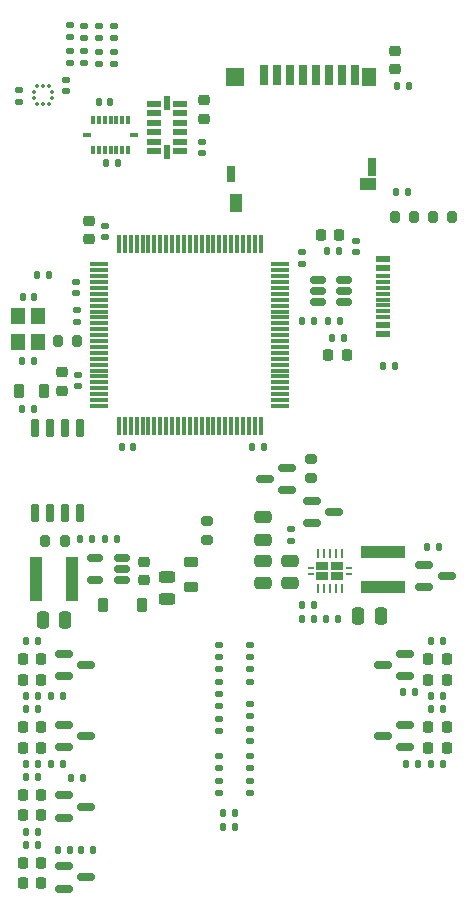
<source format=gtp>
%TF.GenerationSoftware,KiCad,Pcbnew,7.0.2-0*%
%TF.CreationDate,2023-10-23T21:08:08-05:00*%
%TF.ProjectId,Flight Computer,466c6967-6874-4204-936f-6d7075746572,1.1*%
%TF.SameCoordinates,Original*%
%TF.FileFunction,Paste,Top*%
%TF.FilePolarity,Positive*%
%FSLAX46Y46*%
G04 Gerber Fmt 4.6, Leading zero omitted, Abs format (unit mm)*
G04 Created by KiCad (PCBNEW 7.0.2-0) date 2023-10-23 21:08:08*
%MOMM*%
%LPD*%
G01*
G04 APERTURE LIST*
G04 Aperture macros list*
%AMRoundRect*
0 Rectangle with rounded corners*
0 $1 Rounding radius*
0 $2 $3 $4 $5 $6 $7 $8 $9 X,Y pos of 4 corners*
0 Add a 4 corners polygon primitive as box body*
4,1,4,$2,$3,$4,$5,$6,$7,$8,$9,$2,$3,0*
0 Add four circle primitives for the rounded corners*
1,1,$1+$1,$2,$3*
1,1,$1+$1,$4,$5*
1,1,$1+$1,$6,$7*
1,1,$1+$1,$8,$9*
0 Add four rect primitives between the rounded corners*
20,1,$1+$1,$2,$3,$4,$5,0*
20,1,$1+$1,$4,$5,$6,$7,0*
20,1,$1+$1,$6,$7,$8,$9,0*
20,1,$1+$1,$8,$9,$2,$3,0*%
G04 Aperture macros list end*
%ADD10RoundRect,0.012500X0.125000X-0.112500X0.125000X0.112500X-0.125000X0.112500X-0.125000X-0.112500X0*%
%ADD11RoundRect,0.012500X0.112500X-0.125000X0.112500X0.125000X-0.112500X0.125000X-0.112500X-0.125000X0*%
%ADD12RoundRect,0.012500X0.112500X-0.325000X0.112500X0.325000X-0.112500X0.325000X-0.112500X-0.325000X0*%
%ADD13RoundRect,0.012500X0.325000X-0.112500X0.325000X0.112500X-0.325000X0.112500X-0.325000X-0.112500X0*%
%ADD14RoundRect,0.027500X0.545000X0.247500X-0.545000X0.247500X-0.545000X-0.247500X0.545000X-0.247500X0*%
%ADD15RoundRect,0.027500X0.247500X0.545000X-0.247500X0.545000X-0.247500X-0.545000X0.247500X-0.545000X0*%
%ADD16RoundRect,0.150000X-0.587500X-0.150000X0.587500X-0.150000X0.587500X0.150000X-0.587500X0.150000X0*%
%ADD17RoundRect,0.218750X-0.218750X-0.256250X0.218750X-0.256250X0.218750X0.256250X-0.218750X0.256250X0*%
%ADD18RoundRect,0.135000X-0.135000X-0.185000X0.135000X-0.185000X0.135000X0.185000X-0.135000X0.185000X0*%
%ADD19RoundRect,0.200000X-0.275000X0.200000X-0.275000X-0.200000X0.275000X-0.200000X0.275000X0.200000X0*%
%ADD20RoundRect,0.135000X-0.185000X0.135000X-0.185000X-0.135000X0.185000X-0.135000X0.185000X0.135000X0*%
%ADD21RoundRect,0.150000X0.587500X0.150000X-0.587500X0.150000X-0.587500X-0.150000X0.587500X-0.150000X0*%
%ADD22RoundRect,0.218750X0.218750X0.256250X-0.218750X0.256250X-0.218750X-0.256250X0.218750X-0.256250X0*%
%ADD23RoundRect,0.135000X0.185000X-0.135000X0.185000X0.135000X-0.185000X0.135000X-0.185000X-0.135000X0*%
%ADD24RoundRect,0.200000X0.200000X0.275000X-0.200000X0.275000X-0.200000X-0.275000X0.200000X-0.275000X0*%
%ADD25RoundRect,0.140000X0.140000X0.170000X-0.140000X0.170000X-0.140000X-0.170000X0.140000X-0.170000X0*%
%ADD26RoundRect,0.225000X-0.250000X0.225000X-0.250000X-0.225000X0.250000X-0.225000X0.250000X0.225000X0*%
%ADD27RoundRect,0.140000X-0.140000X-0.170000X0.140000X-0.170000X0.140000X0.170000X-0.140000X0.170000X0*%
%ADD28RoundRect,0.218750X-0.381250X0.218750X-0.381250X-0.218750X0.381250X-0.218750X0.381250X0.218750X0*%
%ADD29RoundRect,0.140000X-0.170000X0.140000X-0.170000X-0.140000X0.170000X-0.140000X0.170000X0.140000X0*%
%ADD30RoundRect,0.218750X0.218750X0.381250X-0.218750X0.381250X-0.218750X-0.381250X0.218750X-0.381250X0*%
%ADD31RoundRect,0.140000X0.170000X-0.140000X0.170000X0.140000X-0.170000X0.140000X-0.170000X-0.140000X0*%
%ADD32RoundRect,0.135000X0.135000X0.185000X-0.135000X0.185000X-0.135000X-0.185000X0.135000X-0.185000X0*%
%ADD33RoundRect,0.075000X-0.725000X-0.075000X0.725000X-0.075000X0.725000X0.075000X-0.725000X0.075000X0*%
%ADD34RoundRect,0.075000X-0.075000X-0.725000X0.075000X-0.725000X0.075000X0.725000X-0.075000X0.725000X0*%
%ADD35RoundRect,0.225000X0.250000X-0.225000X0.250000X0.225000X-0.250000X0.225000X-0.250000X-0.225000X0*%
%ADD36RoundRect,0.200000X-0.200000X-0.275000X0.200000X-0.275000X0.200000X0.275000X-0.200000X0.275000X0*%
%ADD37R,1.240000X0.600000*%
%ADD38R,1.240000X0.300000*%
%ADD39RoundRect,0.150000X0.512500X0.150000X-0.512500X0.150000X-0.512500X-0.150000X0.512500X-0.150000X0*%
%ADD40R,0.700000X1.750000*%
%ADD41R,1.450000X1.000000*%
%ADD42R,1.000000X1.550000*%
%ADD43R,0.800000X1.500000*%
%ADD44R,1.300000X1.500000*%
%ADD45R,1.500000X1.500000*%
%ADD46R,0.800000X1.400000*%
%ADD47RoundRect,0.200000X0.275000X-0.200000X0.275000X0.200000X-0.275000X0.200000X-0.275000X-0.200000X0*%
%ADD48RoundRect,0.250000X-0.250000X-0.475000X0.250000X-0.475000X0.250000X0.475000X-0.250000X0.475000X0*%
%ADD49R,1.200000X1.400000*%
%ADD50RoundRect,0.250000X-0.475000X0.250000X-0.475000X-0.250000X0.475000X-0.250000X0.475000X0.250000X0*%
%ADD51RoundRect,0.250000X0.475000X-0.250000X0.475000X0.250000X-0.475000X0.250000X-0.475000X-0.250000X0*%
%ADD52R,1.100000X3.700000*%
%ADD53R,3.700000X1.100000*%
%ADD54RoundRect,0.243750X0.456250X-0.243750X0.456250X0.243750X-0.456250X0.243750X-0.456250X-0.243750X0*%
%ADD55R,0.230000X0.230000*%
%ADD56O,0.230000X0.800000*%
%ADD57R,1.050000X0.680000*%
%ADD58R,0.500000X0.260000*%
%ADD59RoundRect,0.150000X0.150000X-0.650000X0.150000X0.650000X-0.150000X0.650000X-0.150000X-0.650000X0*%
%ADD60RoundRect,0.225000X0.225000X0.375000X-0.225000X0.375000X-0.225000X-0.375000X0.225000X-0.375000X0*%
G04 APERTURE END LIST*
D10*
%TO.C,U5*%
X86537500Y-25002500D03*
X86537500Y-25502500D03*
D11*
X86800000Y-26015000D03*
X87300000Y-26015000D03*
X87800000Y-26015000D03*
D10*
X88062500Y-25502500D03*
X88062500Y-25002500D03*
D11*
X87800000Y-24490000D03*
X87300000Y-24490000D03*
X86800000Y-24490000D03*
%TD*%
D12*
%TO.C,U4*%
X91490000Y-27380000D03*
X91990000Y-27380000D03*
X92490000Y-27380000D03*
X92990000Y-27380000D03*
X93490000Y-27380000D03*
X93990000Y-27380000D03*
X94490000Y-27380000D03*
D13*
X95002500Y-28642500D03*
D12*
X94490000Y-29905000D03*
X93990000Y-29905000D03*
X93490000Y-29905000D03*
X92990000Y-29905000D03*
X92490000Y-29905000D03*
X91990000Y-29905000D03*
X91490000Y-29905000D03*
D13*
X90977500Y-28642500D03*
%TD*%
D14*
%TO.C,U3*%
X98900000Y-30010000D03*
X98900000Y-29210000D03*
X98900000Y-28410000D03*
X98900000Y-27610000D03*
X98900000Y-26810000D03*
X98900000Y-26010000D03*
D15*
X97802500Y-25912500D03*
D14*
X96705000Y-26010000D03*
X96705000Y-26810000D03*
X96705000Y-27610000D03*
X96705000Y-28410000D03*
X96705000Y-29210000D03*
X96705000Y-30010000D03*
D15*
X97802500Y-30107500D03*
%TD*%
D16*
%TO.C,Q9*%
X119562500Y-65017500D03*
X119562500Y-66917500D03*
X121437500Y-65967500D03*
%TD*%
D17*
%TO.C,D12*%
X85552500Y-73000000D03*
X87127500Y-73000000D03*
%TD*%
D18*
%TO.C,R3*%
X86750000Y-40490000D03*
X87770000Y-40490000D03*
%TD*%
D17*
%TO.C,D8*%
X85552500Y-80500000D03*
X87127500Y-80500000D03*
%TD*%
D16*
%TO.C,Q2*%
X89062500Y-90550000D03*
X89062500Y-92450000D03*
X90937500Y-91500000D03*
%TD*%
D19*
%TO.C,R18*%
X109940000Y-56065000D03*
X109940000Y-57715000D03*
%TD*%
D20*
%TO.C,R14*%
X104800000Y-78890000D03*
X104800000Y-79910000D03*
%TD*%
D21*
%TO.C,Q1*%
X107937500Y-58690000D03*
X107937500Y-56790000D03*
X106062500Y-57740000D03*
%TD*%
D17*
%TO.C,D9*%
X85552500Y-90250000D03*
X87127500Y-90250000D03*
%TD*%
D22*
%TO.C,D2*%
X112347500Y-37080000D03*
X110772500Y-37080000D03*
%TD*%
D20*
%TO.C,R13*%
X104800000Y-76790000D03*
X104800000Y-77810000D03*
%TD*%
D23*
%TO.C,R9*%
X102200000Y-79110000D03*
X102200000Y-78090000D03*
%TD*%
D18*
%TO.C,R19*%
X116090000Y-48182500D03*
X117110000Y-48182500D03*
%TD*%
D17*
%TO.C,D10*%
X85552500Y-84500000D03*
X87127500Y-84500000D03*
%TD*%
D24*
%TO.C,R2*%
X90175000Y-46107500D03*
X88525000Y-46107500D03*
%TD*%
D18*
%TO.C,R59*%
X120150000Y-71500000D03*
X121170000Y-71500000D03*
%TD*%
D25*
%TO.C,C10*%
X86480000Y-47782500D03*
X85520000Y-47782500D03*
%TD*%
D18*
%TO.C,R22*%
X111220000Y-69620000D03*
X112240000Y-69620000D03*
%TD*%
D26*
%TO.C,C1*%
X100910000Y-25715000D03*
X100910000Y-27265000D03*
%TD*%
D23*
%TO.C,R23*%
X108300000Y-63042500D03*
X108300000Y-62022500D03*
%TD*%
D27*
%TO.C,C8*%
X92020000Y-25870000D03*
X92980000Y-25870000D03*
%TD*%
D25*
%TO.C,C15*%
X94930000Y-55070000D03*
X93970000Y-55070000D03*
%TD*%
D18*
%TO.C,R47*%
X85830000Y-88750000D03*
X86850000Y-88750000D03*
%TD*%
D20*
%TO.C,R15*%
X102200000Y-71790000D03*
X102200000Y-72810000D03*
%TD*%
D23*
%TO.C,R35*%
X104800000Y-82210000D03*
X104800000Y-81190000D03*
%TD*%
D28*
%TO.C,FB2*%
X99840000Y-64777500D03*
X99840000Y-66902500D03*
%TD*%
D22*
%TO.C,D4*%
X121447500Y-74750000D03*
X119872500Y-74750000D03*
%TD*%
D24*
%TO.C,R21*%
X118700000Y-35570000D03*
X117050000Y-35570000D03*
%TD*%
D23*
%TO.C,R53*%
X92040000Y-20390000D03*
X92040000Y-19370000D03*
%TD*%
D29*
%TO.C,C25*%
X113780000Y-37600000D03*
X113780000Y-38560000D03*
%TD*%
D30*
%TO.C,FB1*%
X87362500Y-50332500D03*
X85237500Y-50332500D03*
%TD*%
D31*
%TO.C,C16*%
X90200000Y-49887500D03*
X90200000Y-48927500D03*
%TD*%
D25*
%TO.C,C18*%
X110180000Y-68470000D03*
X109220000Y-68470000D03*
%TD*%
D18*
%TO.C,R37*%
X120150000Y-76150000D03*
X121170000Y-76150000D03*
%TD*%
D29*
%TO.C,C3*%
X89230000Y-23990000D03*
X89230000Y-24950000D03*
%TD*%
D32*
%TO.C,R46*%
X110180000Y-44350000D03*
X109160000Y-44350000D03*
%TD*%
%TO.C,R17*%
X112720000Y-45850000D03*
X111700000Y-45850000D03*
%TD*%
D18*
%TO.C,R58*%
X85830000Y-71500000D03*
X86850000Y-71500000D03*
%TD*%
D22*
%TO.C,D13*%
X121447500Y-73000000D03*
X119872500Y-73000000D03*
%TD*%
D33*
%TO.C,U1*%
X92025000Y-39582500D03*
X92025000Y-40082500D03*
X92025000Y-40582500D03*
X92025000Y-41082500D03*
X92025000Y-41582500D03*
X92025000Y-42082500D03*
X92025000Y-42582500D03*
X92025000Y-43082500D03*
X92025000Y-43582500D03*
X92025000Y-44082500D03*
X92025000Y-44582500D03*
X92025000Y-45082500D03*
X92025000Y-45582500D03*
X92025000Y-46082500D03*
X92025000Y-46582500D03*
X92025000Y-47082500D03*
X92025000Y-47582500D03*
X92025000Y-48082500D03*
X92025000Y-48582500D03*
X92025000Y-49082500D03*
X92025000Y-49582500D03*
X92025000Y-50082500D03*
X92025000Y-50582500D03*
X92025000Y-51082500D03*
X92025000Y-51582500D03*
D34*
X93700000Y-53257500D03*
X94200000Y-53257500D03*
X94700000Y-53257500D03*
X95200000Y-53257500D03*
X95700000Y-53257500D03*
X96200000Y-53257500D03*
X96700000Y-53257500D03*
X97200000Y-53257500D03*
X97700000Y-53257500D03*
X98200000Y-53257500D03*
X98700000Y-53257500D03*
X99200000Y-53257500D03*
X99700000Y-53257500D03*
X100200000Y-53257500D03*
X100700000Y-53257500D03*
X101200000Y-53257500D03*
X101700000Y-53257500D03*
X102200000Y-53257500D03*
X102700000Y-53257500D03*
X103200000Y-53257500D03*
X103700000Y-53257500D03*
X104200000Y-53257500D03*
X104700000Y-53257500D03*
X105200000Y-53257500D03*
X105700000Y-53257500D03*
D33*
X107375000Y-51582500D03*
X107375000Y-51082500D03*
X107375000Y-50582500D03*
X107375000Y-50082500D03*
X107375000Y-49582500D03*
X107375000Y-49082500D03*
X107375000Y-48582500D03*
X107375000Y-48082500D03*
X107375000Y-47582500D03*
X107375000Y-47082500D03*
X107375000Y-46582500D03*
X107375000Y-46082500D03*
X107375000Y-45582500D03*
X107375000Y-45082500D03*
X107375000Y-44582500D03*
X107375000Y-44082500D03*
X107375000Y-43582500D03*
X107375000Y-43082500D03*
X107375000Y-42582500D03*
X107375000Y-42082500D03*
X107375000Y-41582500D03*
X107375000Y-41082500D03*
X107375000Y-40582500D03*
X107375000Y-40082500D03*
X107375000Y-39582500D03*
D34*
X105700000Y-37907500D03*
X105200000Y-37907500D03*
X104700000Y-37907500D03*
X104200000Y-37907500D03*
X103700000Y-37907500D03*
X103200000Y-37907500D03*
X102700000Y-37907500D03*
X102200000Y-37907500D03*
X101700000Y-37907500D03*
X101200000Y-37907500D03*
X100700000Y-37907500D03*
X100200000Y-37907500D03*
X99700000Y-37907500D03*
X99200000Y-37907500D03*
X98700000Y-37907500D03*
X98200000Y-37907500D03*
X97700000Y-37907500D03*
X97200000Y-37907500D03*
X96700000Y-37907500D03*
X96200000Y-37907500D03*
X95700000Y-37907500D03*
X95200000Y-37907500D03*
X94700000Y-37907500D03*
X94200000Y-37907500D03*
X93700000Y-37907500D03*
%TD*%
D22*
%TO.C,D5*%
X121447500Y-80500000D03*
X119872500Y-80500000D03*
%TD*%
D35*
%TO.C,C7*%
X91200000Y-37445000D03*
X91200000Y-35895000D03*
%TD*%
D32*
%TO.C,R39*%
X86850000Y-76150000D03*
X85830000Y-76150000D03*
%TD*%
D25*
%TO.C,C29*%
X86480000Y-51820000D03*
X85520000Y-51820000D03*
%TD*%
D32*
%TO.C,R27*%
X118160000Y-33432500D03*
X117140000Y-33432500D03*
%TD*%
D18*
%TO.C,R38*%
X120150000Y-81900000D03*
X121170000Y-81900000D03*
%TD*%
%TO.C,R33*%
X87920000Y-81900000D03*
X88940000Y-81900000D03*
%TD*%
%TO.C,R44*%
X90440000Y-62870000D03*
X91460000Y-62870000D03*
%TD*%
%TO.C,R1*%
X119790000Y-63520000D03*
X120810000Y-63520000D03*
%TD*%
D32*
%TO.C,R40*%
X86850000Y-87650000D03*
X85830000Y-87650000D03*
%TD*%
D36*
%TO.C,R42*%
X87475000Y-63020000D03*
X89125000Y-63020000D03*
%TD*%
D37*
%TO.C,J7*%
X116040000Y-45522500D03*
X116040000Y-44722500D03*
D38*
X116040000Y-43572500D03*
X116040000Y-42572500D03*
X116040000Y-42072500D03*
X116040000Y-41072500D03*
D37*
X116040000Y-39922500D03*
X116040000Y-39122500D03*
X116040000Y-39122500D03*
X116040000Y-39922500D03*
D38*
X116040000Y-40572500D03*
X116040000Y-41572500D03*
X116040000Y-43072500D03*
X116040000Y-44072500D03*
D37*
X116040000Y-44722500D03*
X116040000Y-45522500D03*
%TD*%
D32*
%TO.C,R30*%
X118730000Y-75790000D03*
X117710000Y-75790000D03*
%TD*%
D20*
%TO.C,R12*%
X104800000Y-73890000D03*
X104800000Y-74910000D03*
%TD*%
D29*
%TO.C,C12*%
X109160000Y-38560000D03*
X109160000Y-39520000D03*
%TD*%
D23*
%TO.C,R48*%
X93250000Y-22590000D03*
X93250000Y-21570000D03*
%TD*%
%TO.C,R8*%
X102200000Y-82210000D03*
X102200000Y-81190000D03*
%TD*%
D22*
%TO.C,D14*%
X121447500Y-78750000D03*
X119872500Y-78750000D03*
%TD*%
D17*
%TO.C,D11*%
X85552500Y-78750000D03*
X87127500Y-78750000D03*
%TD*%
D21*
%TO.C,Q7*%
X117937500Y-80450000D03*
X117937500Y-78550000D03*
X116062500Y-79500000D03*
%TD*%
D31*
%TO.C,C9*%
X90100000Y-42012500D03*
X90100000Y-41052500D03*
%TD*%
D17*
%TO.C,D3*%
X85552500Y-92000000D03*
X87127500Y-92000000D03*
%TD*%
D31*
%TO.C,C4*%
X85200000Y-25820000D03*
X85200000Y-24860000D03*
%TD*%
D23*
%TO.C,R49*%
X93250000Y-20390000D03*
X93250000Y-19370000D03*
%TD*%
D35*
%TO.C,C24*%
X88850000Y-50282500D03*
X88850000Y-48732500D03*
%TD*%
D20*
%TO.C,R16*%
X102200000Y-73890000D03*
X102200000Y-74910000D03*
%TD*%
D39*
%TO.C,U2*%
X112787500Y-42782500D03*
X112787500Y-41832500D03*
X112787500Y-40882500D03*
X110512500Y-40882500D03*
X110512500Y-41832500D03*
X110512500Y-42782500D03*
%TD*%
D40*
%TO.C,J10*%
X105995000Y-23582500D03*
X107095000Y-23582500D03*
X108195000Y-23582500D03*
X109295000Y-23582500D03*
X110395000Y-23582500D03*
X111495000Y-23582500D03*
X112595000Y-23582500D03*
X113695000Y-23582500D03*
D41*
X114820000Y-32807500D03*
D42*
X103595000Y-34382500D03*
D43*
X115145000Y-31307500D03*
D44*
X114895000Y-23707500D03*
D45*
X103545000Y-23707500D03*
D46*
X103195000Y-31957500D03*
%TD*%
D47*
%TO.C,R28*%
X101150000Y-62945000D03*
X101150000Y-61295000D03*
%TD*%
D36*
%TO.C,R20*%
X120275000Y-35570000D03*
X121925000Y-35570000D03*
%TD*%
D48*
%TO.C,C20*%
X87250000Y-69732500D03*
X89150000Y-69732500D03*
%TD*%
D18*
%TO.C,R4*%
X102490000Y-87200000D03*
X103510000Y-87200000D03*
%TD*%
D49*
%TO.C,Y1*%
X85175000Y-43982500D03*
X85175000Y-46182500D03*
X86875000Y-46182500D03*
X86875000Y-43982500D03*
%TD*%
D32*
%TO.C,R31*%
X119050000Y-81910000D03*
X118030000Y-81910000D03*
%TD*%
%TO.C,R36*%
X89530000Y-89160000D03*
X88510000Y-89160000D03*
%TD*%
D23*
%TO.C,R52*%
X92040000Y-22590000D03*
X92040000Y-21570000D03*
%TD*%
D32*
%TO.C,R41*%
X86850000Y-81900000D03*
X85830000Y-81900000D03*
%TD*%
D21*
%TO.C,Q6*%
X117937500Y-74450000D03*
X117937500Y-72550000D03*
X116062500Y-73500000D03*
%TD*%
D50*
%TO.C,C21*%
X108150000Y-64670000D03*
X108150000Y-66570000D03*
%TD*%
D51*
%TO.C,C23*%
X105890000Y-62920000D03*
X105890000Y-61020000D03*
%TD*%
D18*
%TO.C,R56*%
X85830000Y-83000000D03*
X86850000Y-83000000D03*
%TD*%
D52*
%TO.C,L2*%
X89700000Y-66232500D03*
X86700000Y-66232500D03*
%TD*%
D18*
%TO.C,R57*%
X85830000Y-77250000D03*
X86850000Y-77250000D03*
%TD*%
D48*
%TO.C,C17*%
X113950000Y-69320000D03*
X115850000Y-69320000D03*
%TD*%
D32*
%TO.C,R45*%
X112390000Y-44350000D03*
X111370000Y-44350000D03*
%TD*%
D53*
%TO.C,L1*%
X116100000Y-66932500D03*
X116100000Y-63932500D03*
%TD*%
D18*
%TO.C,R32*%
X87930000Y-76150000D03*
X88950000Y-76150000D03*
%TD*%
D23*
%TO.C,R7*%
X102200000Y-84310000D03*
X102200000Y-83290000D03*
%TD*%
D16*
%TO.C,Q4*%
X110072500Y-59610000D03*
X110072500Y-61510000D03*
X111947500Y-60560000D03*
%TD*%
D23*
%TO.C,R50*%
X89520000Y-22560000D03*
X89520000Y-21540000D03*
%TD*%
%TO.C,R55*%
X90770000Y-20390000D03*
X90770000Y-19370000D03*
%TD*%
%TO.C,R10*%
X102200000Y-77010000D03*
X102200000Y-75990000D03*
%TD*%
D16*
%TO.C,Q5*%
X89062500Y-78550000D03*
X89062500Y-80450000D03*
X90937500Y-79500000D03*
%TD*%
D17*
%TO.C,D6*%
X85552500Y-74750000D03*
X87127500Y-74750000D03*
%TD*%
D18*
%TO.C,R5*%
X109190000Y-69620000D03*
X110210000Y-69620000D03*
%TD*%
D35*
%TO.C,C19*%
X95850000Y-66345000D03*
X95850000Y-64795000D03*
%TD*%
D54*
%TO.C,F1*%
X97780000Y-67907500D03*
X97780000Y-66032500D03*
%TD*%
D32*
%TO.C,R6*%
X103510000Y-86080000D03*
X102490000Y-86080000D03*
%TD*%
D18*
%TO.C,R29*%
X89660000Y-83058000D03*
X90680000Y-83058000D03*
%TD*%
D55*
%TO.C,U8*%
X112550000Y-63797500D03*
D56*
X112550000Y-64082500D03*
D55*
X112050000Y-63797500D03*
D56*
X112050000Y-64082500D03*
D55*
X111550000Y-63797500D03*
D56*
X111550000Y-64082500D03*
D55*
X111050000Y-63797500D03*
D56*
X111050000Y-64082500D03*
D55*
X110550000Y-63797500D03*
D56*
X110550000Y-64082500D03*
X110550000Y-67032500D03*
D55*
X110550000Y-67317500D03*
D56*
X111050000Y-67032500D03*
D55*
X111050000Y-67317500D03*
D56*
X111550000Y-67032500D03*
D55*
X111550000Y-67317500D03*
D56*
X112050000Y-67032500D03*
D55*
X112050000Y-67317500D03*
D56*
X112550000Y-67032500D03*
D55*
X112550000Y-67317500D03*
D57*
X112185000Y-65107500D03*
X110915000Y-65107500D03*
D58*
X113180000Y-65307500D03*
X109920000Y-65307500D03*
X113180000Y-65807500D03*
X109920000Y-65807500D03*
D57*
X112185000Y-66007500D03*
X110915000Y-66007500D03*
%TD*%
D20*
%TO.C,R11*%
X104800000Y-71790000D03*
X104800000Y-72810000D03*
%TD*%
D26*
%TO.C,C28*%
X117070000Y-21495000D03*
X117070000Y-23045000D03*
%TD*%
D23*
%TO.C,R51*%
X89520000Y-20360000D03*
X89520000Y-19340000D03*
%TD*%
D16*
%TO.C,Q3*%
X89062500Y-84550000D03*
X89062500Y-86450000D03*
X90937500Y-85500000D03*
%TD*%
D22*
%TO.C,D1*%
X112987500Y-47270000D03*
X111412500Y-47270000D03*
%TD*%
D25*
%TO.C,C13*%
X105955000Y-55020000D03*
X104995000Y-55020000D03*
%TD*%
D17*
%TO.C,D7*%
X85552500Y-86250000D03*
X87127500Y-86250000D03*
%TD*%
D59*
%TO.C,U7*%
X86595000Y-60620000D03*
X87865000Y-60620000D03*
X89135000Y-60620000D03*
X90405000Y-60620000D03*
X90405000Y-53420000D03*
X89135000Y-53420000D03*
X87865000Y-53420000D03*
X86595000Y-53420000D03*
%TD*%
D31*
%TO.C,C2*%
X100700000Y-30162500D03*
X100700000Y-29202500D03*
%TD*%
D32*
%TO.C,R26*%
X118290000Y-24480000D03*
X117270000Y-24480000D03*
%TD*%
D50*
%TO.C,C22*%
X105900000Y-64670000D03*
X105900000Y-66570000D03*
%TD*%
D32*
%TO.C,R24*%
X112300000Y-38475000D03*
X111280000Y-38475000D03*
%TD*%
D27*
%TO.C,C6*%
X85570000Y-42382500D03*
X86530000Y-42382500D03*
%TD*%
D23*
%TO.C,R54*%
X90770000Y-22560000D03*
X90770000Y-21540000D03*
%TD*%
D25*
%TO.C,C5*%
X93580000Y-31020000D03*
X92620000Y-31020000D03*
%TD*%
D18*
%TO.C,R34*%
X90500000Y-89170000D03*
X91520000Y-89170000D03*
%TD*%
%TO.C,R43*%
X92540000Y-62870000D03*
X93560000Y-62870000D03*
%TD*%
D31*
%TO.C,C11*%
X92550000Y-37300000D03*
X92550000Y-36340000D03*
%TD*%
D23*
%TO.C,R25*%
X104800000Y-84310000D03*
X104800000Y-83290000D03*
%TD*%
D39*
%TO.C,U9*%
X93987500Y-66320000D03*
X93987500Y-65370000D03*
X93987500Y-64420000D03*
X91712500Y-64420000D03*
X91712500Y-66320000D03*
%TD*%
D18*
%TO.C,R60*%
X120150000Y-77250000D03*
X121170000Y-77250000D03*
%TD*%
D31*
%TO.C,C14*%
X90150000Y-44437500D03*
X90150000Y-43477500D03*
%TD*%
D60*
%TO.C,D15*%
X95650000Y-68470000D03*
X92350000Y-68470000D03*
%TD*%
D16*
%TO.C,Q8*%
X89062500Y-72550000D03*
X89062500Y-74450000D03*
X90937500Y-73500000D03*
%TD*%
M02*

</source>
